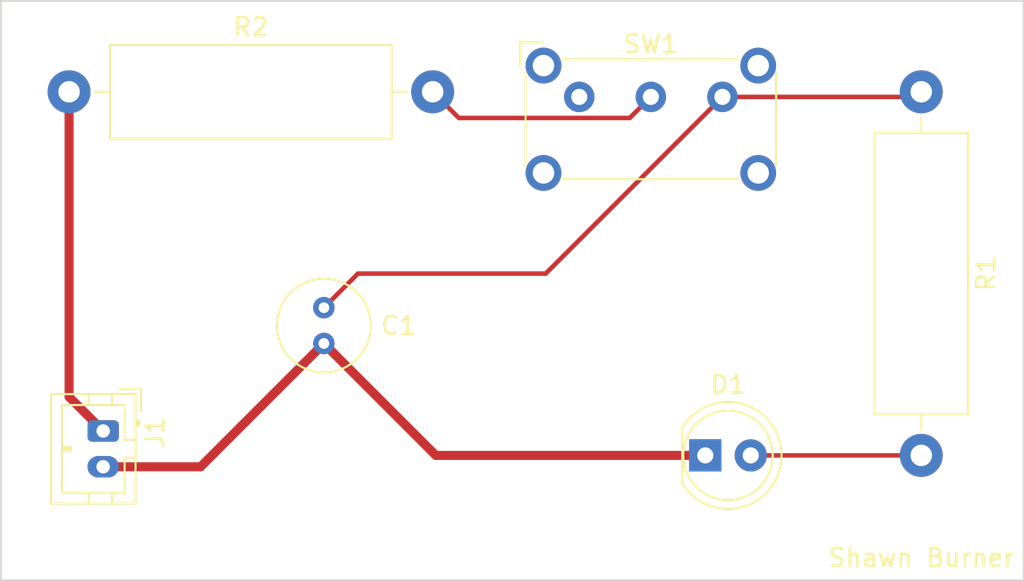
<source format=kicad_pcb>
(kicad_pcb (version 20211014) (generator pcbnew)
  (layers (0 "F.Cu" signal) (31 "B.Cu" signal) (34 "B.Paste" user) (35 "F.Paste" user) (36 "B.SilkS" user "B.Silkscreen") (37 "F.SilkS" user "F.Silkscreen") (38 "B.Mask" user) (39 "F.Mask" user) (44 "Edge.Cuts" user))
  (net 0 "")
  (net 1 "Net-(C1-Pad1)")
  (net 2 "Net-(C1-Pad2)")
  (net 3 "Net-(D1-Pad2)")
  (net 4 "Net-(J1-Pad1)")
  (net 5 "Net-(R2-Pad2)")
  (footprint "LED_THT:LED_D5.0mm" (layer "F.Cu") (at 168.27 99.695)
    (fp_text reference "D1" (at 1.27 -3.96) (layer "F.SilkS"))
    (fp_text value "LED")
    (fp_line (start -1.29 -1.545) (end -1.29 1.545) (layer "F.SilkS") (width 0.12))
    (fp_arc (start 4.26 -0.000462) (mid 2.072002 2.880433) (end -1.29 1.54483) (layer "F.SilkS") (width 0.12))
    (fp_arc (start -1.29 -1.54483) (mid 2.072002 -2.880433) (end 4.26 0.000462) (layer "F.SilkS") (width 0.12))
    (fp_circle (center 1.27 0) (end 3.77 0) (layer "F.SilkS") (width 0.12) (fill none))
    (pad "1" thru_hole rect (at 0 0) (size 1.8 1.8) (drill 0.9) (layers *.Cu *.Mask) (net 2 "Net-(C1-Pad2)"))
    (pad "2" thru_hole circle (at 2.54 0) (size 1.8 1.8) (drill 0.9) (layers *.Cu *.Mask) (net 3 "Net-(D1-Pad2)"))
  )
  (footprint "Capacitor_THT:C_Radial_D5.0mm_H5.0mm_P2.00mm" (layer "F.Cu") (at 146.955 91.44 -90)
    (fp_text reference "C1" (at 1 -4.175 180) (layer "F.SilkS"))
    (fp_text value "4.7 uF")
    (fp_circle (center 1 0) (end 3.62 0) (layer "F.SilkS") (width 0.12) (fill none))
    (pad "1" thru_hole circle (at 0 0 270) (size 1.2 1.2) (drill 0.6) (layers *.Cu *.Mask) (net 1 "Net-(C1-Pad1)"))
    (pad "2" thru_hole circle (at 2 0 270) (size 1.2 1.2) (drill 0.6) (layers *.Cu *.Mask) (net 2 "Net-(C1-Pad2)"))
  )
  (footprint "Resistor_THT:R_Axial_DIN0516_L15.5mm_D5.0mm_P20.32mm_Horizontal" (layer "F.Cu") (at 132.715 79.375)
    (fp_text reference "R2" (at 10.16 -3.62) (layer "F.SilkS"))
    (fp_text value "2.2k")
    (fp_line (start 1.44 0) (end 2.29 0) (layer "F.SilkS") (width 0.12))
    (fp_line (start 18.88 0) (end 18.03 0) (layer "F.SilkS") (width 0.12))
    (fp_line (start 18.03 2.62) (end 18.03 -2.62) (layer "F.SilkS") (width 0.12))
    (fp_line (start 2.29 -2.62) (end 2.29 2.62) (layer "F.SilkS") (width 0.12))
    (fp_line (start 2.29 2.62) (end 18.03 2.62) (layer "F.SilkS") (width 0.12))
    (fp_line (start 18.03 -2.62) (end 2.29 -2.62) (layer "F.SilkS") (width 0.12))
    (pad "1" thru_hole circle (at 0 0) (size 2.4 2.4) (drill 1.2) (layers *.Cu *.Mask) (net 4 "Net-(J1-Pad1)"))
    (pad "2" thru_hole oval (at 20.32 0) (size 2.4 2.4) (drill 1.2) (layers *.Cu *.Mask) (net 5 "Net-(R2-Pad2)"))
  )
  (footprint "Button_Switch_THT:SW_E-Switch_EG1224_SPDT_Angled" (layer "F.Cu") (at 161.2275 79.66)
    (fp_text reference "SW1" (at 4 -2.95) (layer "F.SilkS"))
    (fp_text value "SW_SPDT")
    (fp_line (start 11 -1.35) (end 11 3.85) (layer "F.SilkS") (width 0.12))
    (fp_line (start -3 3.85) (end -3 -1.35) (layer "F.SilkS") (width 0.12))
    (fp_line (start -3.3 -3.05) (end -2 -3.05) (layer "F.SilkS") (width 0.12))
    (fp_line (start -3.3 -1.75) (end -3.3 -3.05) (layer "F.SilkS") (width 0.12))
    (fp_line (start 8.95 4.6) (end -0.95 4.6) (layer "F.SilkS") (width 0.12))
    (fp_line (start -0.95 -2.1) (end 8.95 -2.1) (layer "F.SilkS") (width 0.12))
    (pad "" thru_hole circle (at 10 -1.75) (size 2 2) (drill 1.2) (layers *.Cu *.Mask))
    (pad "" thru_hole circle (at -2 4.25) (size 2 2) (drill 1.2) (layers *.Cu *.Mask))
    (pad "" thru_hole circle (at -2 -1.75) (size 2 2) (drill 1.2) (layers *.Cu *.Mask))
    (pad "" thru_hole circle (at 10 4.25) (size 2 2) (drill 1.2) (layers *.Cu *.Mask))
    (pad "1" thru_hole circle (at 0 0) (size 1.7 1.7) (drill 0.9) (layers *.Cu *.Mask))
    (pad "2" thru_hole circle (at 4 0) (size 1.7 1.7) (drill 0.9) (layers *.Cu *.Mask) (net 5 "Net-(R2-Pad2)"))
    (pad "3" thru_hole circle (at 8 0) (size 1.7 1.7) (drill 0.9) (layers *.Cu *.Mask) (net 1 "Net-(C1-Pad1)"))
  )
  (footprint "Connector_JST:JST_PH_B2B-PH-K_1x02_P2.00mm_Vertical" (layer "F.Cu") (at 134.62 98.33 -90)
    (fp_text reference "J1" (at 0.095 -2.9 90) (layer "F.SilkS"))
    (fp_text value "Conn_01x02_Male")
    (fp_line (start 4.06 2.91) (end 4.06 -1.81) (layer "F.SilkS") (width 0.12))
    (fp_line (start 4.06 -1.81) (end -2.06 -1.81) (layer "F.SilkS") (width 0.12))
    (fp_line (start -2.36 -2.11) (end -2.36 -0.86) (layer "F.SilkS") (width 0.12))
    (fp_line (start 0.5 -1.81) (end 0.5 -1.2) (layer "F.SilkS") (width 0.12))
    (fp_line (start -2.06 2.91) (end 4.06 2.91) (layer "F.SilkS") (width 0.12))
    (fp_line (start -0.3 -1.91) (end -0.6 -1.91) (layer "F.SilkS") (width 0.12))
    (fp_line (start 1.1 1.8) (end 1.1 2.3) (layer "F.SilkS") (width 0.12))
    (fp_line (start 4.06 -0.5) (end 3.45 -0.5) (layer "F.SilkS") (width 0.12))
    (fp_line (start 3.45 -1.2) (end 1.5 -1.2) (layer "F.SilkS") (width 0.12))
    (fp_line (start -0.3 -2.01) (end -0.6 -2.01) (layer "F.SilkS") (width 0.12))
    (fp_line (start -1.11 -2.11) (end -2.36 -2.11) (layer "F.SilkS") (width 0.12))
    (fp_line (start -0.3 -1.81) (end -0.3 -2.01) (layer "F.SilkS") (width 0.12))
    (fp_line (start 1 2.3) (end 1 1.8) (layer "F.SilkS") (width 0.12))
    (fp_line (start 0.9 1.8) (end 1.1 1.8) (layer "F.SilkS") (width 0.12))
    (fp_line (start 0.9 2.3) (end 0.9 1.8) (layer "F.SilkS") (width 0.12))
    (fp_line (start -1.45 -1.2) (end -1.45 2.3) (layer "F.SilkS") (width 0.12))
    (fp_line (start -2.06 -0.5) (end -1.45 -0.5) (layer "F.SilkS") (width 0.12))
    (fp_line (start -2.06 0.8) (end -1.45 0.8) (layer "F.SilkS") (width 0.12))
    (fp_line (start 1.5 -1.2) (end 1.5 -1.81) (layer "F.SilkS") (width 0.12))
    (fp_line (start 3.45 2.3) (end 3.45 -1.2) (layer "F.SilkS") (width 0.12))
    (fp_line (start -0.6 -2.01) (end -0.6 -1.81) (layer "F.SilkS") (width 0.12))
    (fp_line (start -1.45 2.3) (end 3.45 2.3) (layer "F.SilkS") (width 0.12))
    (fp_line (start 0.5 -1.2) (end -1.45 -1.2) (layer "F.SilkS") (width 0.12))
    (fp_line (start 4.06 0.8) (end 3.45 0.8) (layer "F.SilkS") (width 0.12))
    (fp_line (start -2.06 -1.81) (end -2.06 2.91) (layer "F.SilkS") (width 0.12))
    (pad "1" thru_hole roundrect (at 0 0 270) (size 1.2 1.75) (drill 0.75) (layers *.Cu *.Mask) (roundrect_rratio 0.2083333333) (net 4 "Net-(J1-Pad1)"))
    (pad "2" thru_hole oval (at 2 0 270) (size 1.2 1.75) (drill 0.75) (layers *.Cu *.Mask) (net 2 "Net-(C1-Pad2)"))
  )
  (footprint "Resistor_THT:R_Axial_DIN0516_L15.5mm_D5.0mm_P20.32mm_Horizontal" (layer "F.Cu") (at 180.34 79.375 -90)
    (fp_text reference "R1" (at 10.16 -3.62 90) (layer "F.SilkS"))
    (fp_text value "20k")
    (fp_line (start 2.29 2.62) (end 18.03 2.62) (layer "F.SilkS") (width 0.12))
    (fp_line (start 18.88 0) (end 18.03 0) (layer "F.SilkS") (width 0.12))
    (fp_line (start 2.29 -2.62) (end 2.29 2.62) (layer "F.SilkS") (width 0.12))
    (fp_line (start 1.44 0) (end 2.29 0) (layer "F.SilkS") (width 0.12))
    (fp_line (start 18.03 -2.62) (end 2.29 -2.62) (layer "F.SilkS") (width 0.12))
    (fp_line (start 18.03 2.62) (end 18.03 -2.62) (layer "F.SilkS") (width 0.12))
    (pad "1" thru_hole circle (at 0 0 270) (size 2.4 2.4) (drill 1.2) (layers *.Cu *.Mask) (net 1 "Net-(C1-Pad1)"))
    (pad "2" thru_hole oval (at 20.32 0 270) (size 2.4 2.4) (drill 1.2) (layers *.Cu *.Mask) (net 3 "Net-(D1-Pad2)"))
  )
  (gr_rect (start 128.905 106.68) (end 186.055 74.295) (layer "Edge.Cuts") (width 0.1) (fill none))
  (gr_text "Shawn Burner" (at 180.34 105.41) (layer "F.SilkS") (effects (font (size 1 1))))
  (segment (start 169.2275 79.66) (end 159.3525 89.535) (width 0.254) (layer "F.Cu") (net 1))
  (segment (start 148.86 89.535) (end 146.955 91.44) (width 0.254) (layer "F.Cu") (net 1))
  (segment (start 169.2275 79.66) (end 180.055 79.66) (width 0.254) (layer "F.Cu") (net 1))
  (segment (start 159.3525 89.535) (end 148.86 89.535) (width 0.254) (layer "F.Cu") (net 1))
  (segment (start 180.055 79.66) (end 180.34 79.375) (width 0.254) (layer "F.Cu") (net 1))
  (segment (start 134.62 100.33) (end 140.065 100.33) (width 0.508) (layer "F.Cu") (net 2))
  (segment (start 140.065 100.33) (end 146.955 93.44) (width 0.508) (layer "F.Cu") (net 2))
  (segment (start 146.955 93.44) (end 153.21 99.695) (width 0.508) (layer "F.Cu") (net 2))
  (segment (start 153.21 99.695) (end 168.27 99.695) (width 0.508) (layer "F.Cu") (net 2))
  (segment (start 170.81 99.695) (end 180.34 99.695) (width 0.254) (layer "F.Cu") (net 3))
  (segment (start 134.62 98.33) (end 132.715 96.425) (width 0.508) (layer "F.Cu") (net 4))
  (segment (start 132.715 96.425) (end 132.715 79.375) (width 0.508) (layer "F.Cu") (net 4))
  (segment (start 154.497 80.837) (end 164.0505 80.837) (width 0.254) (layer "F.Cu") (net 5))
  (segment (start 164.0505 80.837) (end 165.2275 79.66) (width 0.254) (layer "F.Cu") (net 5))
  (segment (start 153.035 79.375) (end 154.497 80.837) (width 0.254) (layer "F.Cu") (net 5))
)
</source>
